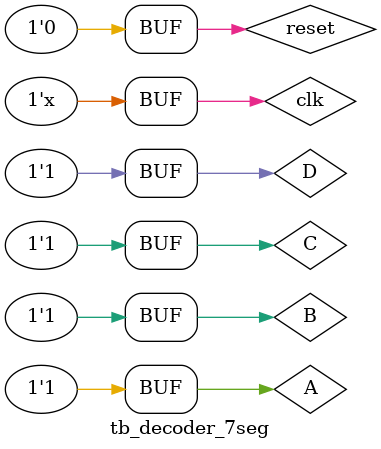
<source format=v>
module abqm (
  input clk, 
  input reset, 
  input in, 
  input out,
  input [1:0]tcount,
  output wire Full_flag, 
  output wire Empty_flag,
  output wire [6:0]OutputSegmentRight,
  output wire [6:0]OutputSegmentLeft,
  output wire [6:0]OutputSegmentpcount
,output wire [7:0] Wait_Time
,output wire [2:0] pcount
);

  
  reg CLK1Hz;
  clock_divider divider(clk,CLK1Hz);
  
  
  
  
  counter counter_inst (CLK1Hz, reset, in, out, pcount);
  
  FSM fsm_inst (
    .clk(CLK1Hz),
    .reset(reset),
    .in(in),
    .out(out),
    .pcount(pcount),
    .full(Full_flag),
    .empty(Empty_flag)
  );
  wire [1:0] address1;
  wire [3:0] address2;
  assign address1 = {tcount};
  assign address2 = {pcount};



  Rom rom_inst(CLK1Hz, reset, {address1,address2}, Wait_Time);

  
  decoder_7seg segRight(CLK1Hz, reset, Wait_Time[3],Wait_Time[2],Wait_Time[1],Wait_Time[0], OutputSegmentRight[0], OutputSegmentRight[1], OutputSegmentRight[2], OutputSegmentRight[3], 
			OutputSegmentRight[4], OutputSegmentRight[5], OutputSegmentRight[6]);
  decoder_7seg segLeft(CLK1Hz, reset, Wait_Time[7],Wait_Time[6],Wait_Time[5],Wait_Time[4], OutputSegmentLeft[0], OutputSegmentLeft[1], OutputSegmentLeft[2], OutputSegmentLeft[3], 
			OutputSegmentLeft[4], OutputSegmentLeft[5], OutputSegmentLeft[6]);
  decoder_7seg segPcount(CLK1Hz, reset, address2[3],address2[2],address2[1],address2[0], OutputSegmentpcount[0], OutputSegmentpcount[1], OutputSegmentpcount[2], OutputSegmentpcount[3], 
			OutputSegmentpcount[4], OutputSegmentpcount[5], OutputSegmentpcount[6]);


endmodule


module abqm_tb;

  reg clk = 0;
  reg reset = 0;
  reg in = 0;
  reg out = 0;
  reg [1:0] tcount = 1;
  
  // Outputs
  wire Full_flag;
  wire Empty_flag;
  wire [6:0] OutputSegmentRight;
  wire [6:0] OutputSegmentLeft;
  wire [6:0] OutputSegmentpcount;
wire [7:0] Wait_Time;
wire [2:0] pcount;

abqm uut (
    .clk(clk),
    .reset(reset),
    .in(in),
    .out(out),
    .tcount(tcount),
    .Full_flag(Full_flag),
    .Empty_flag(Empty_flag),
    .OutputSegmentRight(OutputSegmentRight),
    .OutputSegmentLeft(OutputSegmentLeft),
    .OutputSegmentpcount(OutputSegmentpcount), .Wait_Time(Wait_Time)
    ,.pcount(pcount)
  );

always #5 clk = ~clk;
initial
begin
#10 reset = 1;
#10 reset = 0;
#10 in = 1;out = 0; tcount = 1;
#10 in = 0;out = 1; tcount = 1;
#10 in = 1;out = 0; tcount = 1;
#10 in = 1;out = 0; tcount = 2;
#10 in = 0;out = 1; tcount = 3;
#10 in = 1;out = 0; tcount = 1;
#10 in = 1;out = 0; tcount = 1;



#10 in = 1;out = 0; tcount = 3;
#10 in = 1;out = 0; tcount = 3;
#10 in = 1;out = 0; tcount = 3;

#10 in = 0;out = 1; tcount = 3;
#10 in = 0;out = 1; tcount = 3;
#10 in = 0;out = 1; tcount = 3;
#10 in = 0;out = 1; tcount = 3;
#10 in = 0;out = 1; tcount = 3;
#10 in = 0;out = 1; tcount = 3;
#10 in = 0;out = 1; tcount = 3;
#10 in = 0;out = 1; tcount = 3;
#10 in = 1;out = 0; tcount = 3;
#10 in = 1;out = 0; tcount = 3;

end

endmodule



//////////////////////////////////////////////////////////////
module FSM(clk, reset, pcount, in, out, full, empty);
input clk, reset, in, out;
input [2:0] pcount;
reg [1:0] state;
output reg full, empty;
parameter 	s0 = 2'b00, 
		s1 = 2'b01, 
		s2 = 2'b10, 
		s3 = 2'b11; 

always @(posedge clk or posedge reset)

begin
if(reset)
begin
state = 0;
empty = 1;
full = 0;
end
else
begin


case(state)

s0: if(in == 1 && out == 0)
    begin
      state =  s1;
      empty = 0;
      full = 0;
    end
s1: if(in == 1 && out == 0 && pcount == 3'b111)
    begin
      state = s3;
      empty = 0;
      full = 1;
    end
  else if(in == 1 && out == 0 && pcount != 3'b111)
    begin
      state = s1;
      empty = 0;
      full = 0;
    end
  else if(in == 0 && out == 1)
    begin
    state = s2;
    empty = 0;
    full = 0;
  end
s2: if(in == 0 && out == 1 && pcount == 3'b000)
  begin
    state = s0;
    empty = 1;
    full = 0;
  end
else if(in == 0 && out == 1 && pcount != 3'b000)
  begin
    state = s2;
    empty = 0;
    full = 0;
  end
else if(in == 1 && out == 0)
  begin
    state = s1;
    empty = 0;
    full = 0;
  end
s3: if(in == 0 && out == 1)
begin
  state = s2;
  empty = 0;
  full = 0;
end

  
    
		
endcase 



end


end

endmodule


/*module tb_FSM;
  // Inputs
  reg clk;
  reg reset;
  reg in;
  reg out;
  reg [2:0] pcount;

  // Outputs
  wire full;
  wire empty;

  // Instantiate the FSM module
  FSM uut (
    .clk(clk),
    .reset(reset),
    .pcount(pcount),
    .in(in),
    .out(out),
    .full(full),
    .empty(empty)
  );

  // Clock generation
  always #5 clk = ~clk;

  initial begin
    // Initialize Inputs
    clk = 0;
    reset = 1;
    in = 0;
    out = 0;
    pcount = 3'b000;

    // Wait for global reset
    #10;
    reset = 0;

    // Test case: Transition from empty to full
    $display("Transition from empty to full");
    in = 1; out = 0; pcount = 3'b000;
    #10; // Move to state s1
    pcount = 3'b001; #10; // Stay in state s1
    pcount = 3'b111; #10; // Move to state s3 (full)

    // Test case: Transition from full to empty
    $display("Transition from full to empty");
    in = 0; out = 1; pcount = 3'b111;
    #10; // Move to state s2
    pcount = 3'b000; #10; // Move to state s0 (empty)

    // End of simulation
    $stop;
  end

  // Monitor the output states
  initial begin
    //$monitor("Time: %d, State: %b, pcount: %b, in: %b, out: %b, full: %b, empty: %b", $time, uut.state, pcount, in, out, full, empty);
  end
endmodule*/

module tb_FSM;
  // Inputs
  reg clk;
  reg reset;
  reg in;
  reg out;
  reg [2:0] pcount;

  // Outputs
  wire full;
  wire empty;

  // Instantiate the FSM module
  FSM uut (
    .clk(clk),
    .reset(reset),
    .pcount(pcount),
    .in(in),
    .out(out),
    .full(full),
    .empty(empty)
  );

  // Clock generation
  always #5 clk = ~clk;

  initial begin
    // Initialize Inputs
    clk = 0;
    reset = 1;
    in = 0;
    out = 0;
    pcount = 3'b000;

    // Wait for global reset
    #10;
    reset = 0;

    // Test case: Transition from empty to add state
    in = 1; out = 0; pcount = 3'b000;
    #10;

    // Test case: Transition within add state
    in = 1; out = 0; pcount = 3'b001;
    #10;

    // Test case: Transition to full state
    in = 1; out = 0; pcount = 3'b111;
    #10;

    // Test case: Transition from full to subtract state
    in = 0; out = 1; pcount = 3'b111;
    #10;

    // Test case: Transition from subtract to empty state
    in = 0; out = 1; pcount = 3'b000;
    #10;

    // End of simulation
  end
endmodule






////////////////////////////////////////////////////
module counter (
  input clk, 
  input reset, 
  input in, 
  input out,
  output reg [2:0] pcount // max 7
);

  always @(posedge clk or posedge reset) begin
    if (reset) begin
      pcount <= 3'b000; // 0
    end else if (in && (pcount < 3'b111)) begin 
      pcount <= pcount + 1; 
    end else if (out && (pcount > 3'b000)) begin
      pcount <= pcount - 1; 
    end
  end

endmodule

/////////////////////////////////////////////////

module clock_divider (clk, reset, CLK1Hz);

input clk, reset;

output CLK1Hz;

// ------------------------------------------------- //

reg CLK1Hz;

reg [24:0] count; // log2(25 million)

// ------------------------------------------------- //

always @(posedge clk or posedge reset)

begin

if(reset) 

begin

count <= 0;

CLK1Hz <= 0;

end

else

begin

if(count < 25_000_000)

count <= count + 1; 

else

begin

CLK1Hz = ~CLK1Hz; 

count <= 0;

end

end

end


endmodule



///////////////////////////////////////////////////////
module Rom(
input clk, 
input reset, 
input [4:0] address,
           
output reg [7:0] data_out);
           
    always @(posedge clk or posedge reset) begin
if(reset)
begin
data_out = 8'b00000000;
end
else
begin
        case(address)
            5'b01000 : data_out = 8'b00000000;
            5'b01001 : data_out = 8'b00000011;
            5'b01010 : data_out = 8'b00000110;
            5'b01011 : data_out = 8'b00001001;
            5'b01100 : data_out = 8'b00010010;
            5'b01101 : data_out = 8'b00010101;
            5'b01110 : data_out = 8'b00011000;
            5'b01111 : data_out = 8'b00100001;
            5'b10000 : data_out = 8'b00000000;
            5'b10001 : data_out = 8'b00000011;
            5'b10010 : data_out = 8'b00000100;
            5'b10011 : data_out = 8'b00000110;
            5'b10100 : data_out = 8'b00000111;
            5'b10101 : data_out = 8'b00001001;
            5'b10110 : data_out = 8'b00010000;
            5'b10111 : data_out = 8'b00010010;
            5'b11000 : data_out = 8'b00000000;
            5'b11001 : data_out = 8'b00000011;
            5'b11010 : data_out = 8'b00000100;
            5'b11011 : data_out = 8'b00000101;
            5'b11100 : data_out = 8'b00000110;
            5'b11101 : data_out = 8'b00000111;
            5'b11110 : data_out = 8'b00001000;
            5'b11111: data_out = 8'b00001001;
            default: data_out = 8'b00000000;
        endcase
end
    end
    
endmodule


///////////////////////////////////
module decoder_7seg (clk, reset, A, B, C, D, led_a, led_b, led_c, led_d, led_e, led_f, led_g);
input A, B, C, D, clk, reset;
output reg led_a; 
output reg led_b;
output reg led_c; 
output reg led_d; 
output reg led_e; 
output reg led_f; 
output reg led_g;
always @(posedge clk or posedge reset) begin
if(reset)
begin
led_a = 1'b0;
led_b = 1'b0;
led_c = 1'b0;
led_d = 1'b0;
led_e = 1'b0;
led_f = 1'b0;
led_g = 1'b0;
end
else
begin
led_a = ~(A | C | B&D | ~B&~D);
led_b = ~(~B | ~C&~D | C&D);
led_c = ~(B | ~C | D);
led_d = ~(~B&~D | C&~D | B&~C&D | ~B&C |A);
led_e = ~(~B&~D | C&~D);
led_f = ~(A | ~C&~D | B&~C | B&~D);
led_g = ~(A | B&~C | ~B&C | C&~D);
end
end

endmodule




module tb_decoder_7seg;
  // Inputs
  reg clk;
  reg reset;
  reg A;
  reg B;
  reg C;
  reg D;

  // Outputs
  wire led_a;
  wire led_b;
  wire led_c;
  wire led_d;
  wire led_e;
  wire led_f;
  wire led_g;

 
  decoder_7seg uut (
    .clk(clk), 
    .reset(reset), 
    .A(A), 
    .B(B), 
    .C(C), 
    .D(D), 
    .led_a(led_a), 
    .led_b(led_b), 
    .led_c(led_c), 
    .led_d(led_d), 
    .led_e(led_e), 
    .led_f(led_f), 
    .led_g(led_g)
  );

  
  always #5 clk = ~clk; 

  initial begin
    // Initialize Inputs
    clk = 0;
    reset = 0;
    A = 0;
    B = 0;
    C = 0;
    D = 0;

    // Apply reset
    reset = 1;
    #10;
    reset = 0;

    // Apply test cases
    // Test case for 0
    {A, B, C, D} = 4'b0000; #10;
    // Test case for 1
    {A, B, C, D} = 4'b0001; #10;
    // Test case for 2
    {A, B, C, D} = 4'b0010; #10;
    // Test case for 3
    {A, B, C, D} = 4'b0011; #10;
    // Test case for 4
    {A, B, C, D} = 4'b0100; #10;
    // Test case for 5
    {A, B, C, D} = 4'b0101; #10;
    // Test case for 6
    {A, B, C, D} = 4'b0110; #10;
    // Test case for 7
    {A, B, C, D} = 4'b0111; #10;
    // Test case for 8
    {A, B, C, D} = 4'b1000; #10;
    // Test case for 9
    {A, B, C, D} = 4'b1001; #10;
    // Test case for A
    {A, B, C, D} = 4'b1010; #10;
    // Test case for B
    {A, B, C, D} = 4'b1011; #10;
    // Test case for C
    {A, B, C, D} = 4'b1100; #10;
    // Test case for D
    {A, B, C, D} = 4'b1101; #10;
    // Test case for E
    {A, B, C, D} = 4'b1110; #10;
    // Test case for F
    {A, B, C, D} = 4'b1111; #10;

    // End simulation
    //$finish;
  end
      
endmodule












</source>
